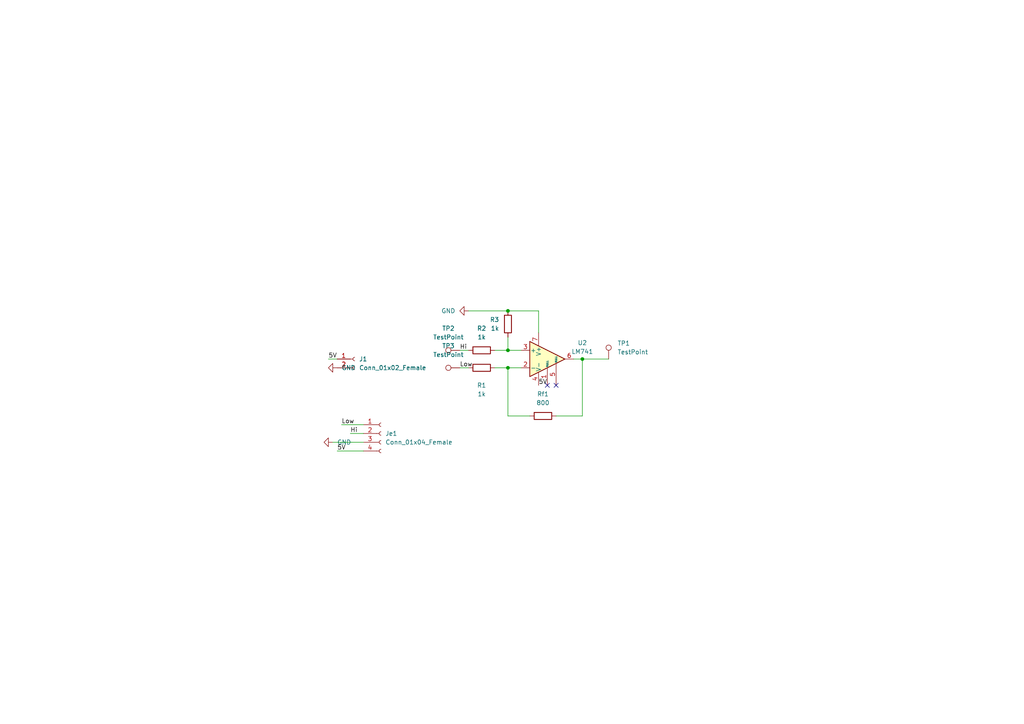
<source format=kicad_sch>
(kicad_sch (version 20211123) (generator eeschema)
  (paper "A4")
  (title_block (title "Current Sensor") (date "2023-01-19") (rev "v02") (comment 1 "Ignatius Djaynurdin") (comment 2 "Joseph Sugijanto") (comment 3 "William Nguyen") (comment 4 "Will Lauer") (comment 5 "GT Solar Racing"))
  (lib_symbols
    (symbol "Amplifier_Operational:LM741" (pin_names (offset 0.127))
      (property "Reference" "U" (at 0 6.35 0))
      (property "Value" "LM741" (at 0 3.81 0))
      (symbol "LM741_0_1"
        (polyline (pts (xy -5.08 5.08) (xy 5.08 0) (xy -5.08 -5.08) (xy -5.08 5.08)) (stroke (width 0.254)) (fill (type background)))
      )
      (symbol "LM741_1_1"
        (pin input line (at 0 -7.62 90) (length 5.08) (name "NULL") (number "1"))
        (pin input line (at -7.62 -2.54 0) (length 2.54) (name "-") (number "2"))
        (pin input line (at -7.62 2.54 0) (length 2.54) (name "+") (number "3"))
        (pin power_in line (at -2.54 -7.62 90) (length 3.81) (name "V-") (number "4"))
        (pin input line (at 2.54 -7.62 90) (length 6.35) (name "NULL") (number "5"))
        (pin output line (at 7.62 0 180) (length 2.54) (name "~") (number "6"))
        (pin power_in line (at -2.54 7.62 270) (length 3.81) (name "V+") (number "7"))
        (pin no_connect line (at 0 2.54 270) (length 2.54) hide (name "NC") (number "8"))
      )
    )
    (symbol "Connector:Conn_01x02_Female" (pin_names (offset 1.016) hide)
      (property "Reference" "J" (at 0 2.54 0))
      (property "Value" "Conn_01x02_Female" (at 0 -5.08 0))
      (symbol "Conn_01x02_Female_1_1"
        (arc (start 0 -2.032) (mid -0.508 -2.54) (end 0 -3.048) (stroke (width 0.1524)))
        (polyline (pts (xy -1.27 -2.54) (xy -0.508 -2.54)) (stroke (width 0.1524)))
        (polyline (pts (xy -1.27 0) (xy -0.508 0)) (stroke (width 0.1524)))
        (arc (start 0 0.508) (mid -0.508 0) (end 0 -0.508) (stroke (width 0.1524)))
        (pin passive line (at -5.08 0 0) (length 3.81) (name "Pin_1") (number "1"))
        (pin passive line (at -5.08 -2.54 0) (length 3.81) (name "Pin_2") (number "2"))
      )
    )
    (symbol "Connector:Conn_01x04_Female" (pin_names (offset 1.016) hide)
      (property "Reference" "J" (at 0 5.08 0))
      (property "Value" "Conn_01x04_Female" (at 0 -7.62 0))
      (symbol "Conn_01x04_Female_1_1"
        (arc (start 0 -4.572) (mid -0.508 -5.08) (end 0 -5.588) (stroke (width 0.1524)))
        (arc (start 0 -2.032) (mid -0.508 -2.54) (end 0 -3.048) (stroke (width 0.1524)))
        (polyline (pts (xy -1.27 -5.08) (xy -0.508 -5.08)) (stroke (width 0.1524)))
        (polyline (pts (xy -1.27 -2.54) (xy -0.508 -2.54)) (stroke (width 0.1524)))
        (polyline (pts (xy -1.27 0) (xy -0.508 0)) (stroke (width 0.1524)))
        (polyline (pts (xy -1.27 2.54) (xy -0.508 2.54)) (stroke (width 0.1524)))
        (arc (start 0 0.508) (mid -0.508 0) (end 0 -0.508) (stroke (width 0.1524)))
        (arc (start 0 3.048) (mid -0.508 2.54) (end 0 2.032) (stroke (width 0.1524)))
        (pin passive line (at -5.08 2.54 0) (length 3.81) (name "Pin_1") (number "1"))
        (pin passive line (at -5.08 0 0) (length 3.81) (name "Pin_2") (number "2"))
        (pin passive line (at -5.08 -2.54 0) (length 3.81) (name "Pin_3") (number "3"))
        (pin passive line (at -5.08 -5.08 0) (length 3.81) (name "Pin_4") (number "4"))
      )
    )
    (symbol "Connector:TestPoint" (pin_numbers hide) (pin_names (offset 0.762) hide)
      (property "Reference" "TP" (at 0 6.858 0))
      (property "Value" "TestPoint" (at 0 5.08 0))
      (symbol "TestPoint_0_1"
        (circle (center 0 3.302) (radius 0.762))
      )
      (symbol "TestPoint_1_1"
        (pin passive line (at 0 0 90) (length 2.54) (name "1") (number "1"))
      )
    )
    (symbol "Device:R" (pin_numbers hide) (pin_names (offset 0))
      (property "Reference" "R" (at 2.032 0 90))
      (property "Value" "R" (at 0 0 90))
      (symbol "R_0_1"
        (rectangle (start -1.016 -2.54) (end 1.016 2.54) (stroke (width 0.254)))
      )
      (symbol "R_1_1"
        (pin passive line (at 0 3.81 270) (length 1.27) (name "~") (number "1"))
        (pin passive line (at 0 -3.81 90) (length 1.27) (name "~") (number "2"))
      )
    )
    (symbol "power:GND" (power) (pin_names (offset 0))
      (property "Value" "GND" (at 0 -3.81 0))
      (symbol "GND_0_1"
        (polyline (pts (xy 0 0) (xy 0 -1.27) (xy 1.27 -1.27) (xy 0 -2.54) (xy -1.27 -1.27) (xy 0 -1.27)))
      )
      (symbol "GND_1_1"
        (pin power_in line (at 0 0 270) (length 0) hide (name "GND") (number "1"))
      )
    )
  )
  (junction (at 147.32 106.68))
  (junction (at 147.32 101.6))
  (junction (at 147.32 90.17))
  (junction (at 168.91 104.14))
  (no_connect (at 158.75 111.76))
  (no_connect (at 161.29 111.76))
  (wire (pts (xy 96.52 128.27) (xy 105.41 128.27)))
  (wire (pts (xy 147.32 106.68) (xy 151.13 106.68)))
  (wire (pts (xy 143.51 101.6) (xy 147.32 101.6)))
  (wire (pts (xy 147.32 120.65) (xy 153.67 120.65)))
  (wire (pts (xy 135.89 90.17) (xy 147.32 90.17)))
  (wire (pts (xy 133.35 101.6) (xy 135.89 101.6)))
  (wire (pts (xy 101.6 125.73) (xy 105.41 125.73)))
  (wire (pts (xy 147.32 90.17) (xy 156.21 90.17)))
  (wire (pts (xy 147.32 120.65) (xy 147.32 106.68)))
  (wire (pts (xy 143.51 106.68) (xy 147.32 106.68)))
  (wire (pts (xy 166.37 104.14) (xy 168.91 104.14)))
  (wire (pts (xy 147.32 101.6) (xy 151.13 101.6)))
  (wire (pts (xy 133.35 106.68) (xy 135.89 106.68)))
  (wire (pts (xy 147.32 97.79) (xy 147.32 101.6)))
  (wire (pts (xy 97.79 130.81) (xy 105.41 130.81)))
  (wire (pts (xy 168.91 120.65) (xy 168.91 104.14)))
  (wire (pts (xy 99.06 123.19) (xy 105.41 123.19)))
  (wire (pts (xy 156.21 90.17) (xy 156.21 96.52)))
  (wire (pts (xy 95.25 104.14) (xy 97.79 104.14)))
  (wire (pts (xy 161.29 120.65) (xy 168.91 120.65)))
  (wire (pts (xy 168.91 104.14) (xy 176.53 104.14)))
  (label "Hi" (at 133.35 101.6 0))
  (label "5V" (at 95.25 104.14 0))
  (label "5V" (at 156.21 111.76 0))
  (label "Low" (at 133.35 106.68 0))
  (label "Low" (at 99.06 123.19 0))
  (label "Hi" (at 101.6 125.73 0))
  (label "5V" (at 97.79 130.81 0))
  (symbol (lib_id "Connector:TestPoint") (at 133.35 101.6 90) (unit 1)
    (property "Reference" "TP2" (at 130.048 95.25 90))
    (property "Value" "TestPoint" (at 130.048 97.79 90))
    (property "Footprint" "gtsr-connector:gtsr-connector-KEYSTONE_5001_0" (effects hide))
  )
  (symbol (lib_id "Device:R") (at 139.7 106.68 90) (unit 1)
    (property "Reference" "R1" (at 139.7 111.76 90))
    (property "Value" "1k" (at 139.7 114.3 90))
    (property "Footprint" "Resistor_THT:R_Axial_DIN0207_L6.3mm_D2.5mm_P7.62mm_Horizontal" (effects hide))
  )
  (symbol (lib_id "power:GND") (at 97.79 106.68 270) (unit 1)
    (property "Reference" "#PWR0102" (effects hide))
    (property "Value" "GND" (at 99.06 106.6799 90) (effects (justify left)))
  )
  (symbol (lib_id "Connector:Conn_01x02_Female") (at 102.87 104.14 0) (unit 1)
    (property "Reference" "J1" (at 104.14 104.1399 0) (effects (justify left)))
    (property "Value" "Conn_01x02_Female" (at 104.14 106.6799 0) (effects (justify left)))
    (property "Footprint" "Connector_Molex:Molex_Micro-Fit_3.0_43650-0215_1x02_P3.00mm_Vertical" (effects hide))
  )
  (symbol (lib_id "Device:R") (at 147.32 93.98 180) (unit 1)
    (property "Reference" "R3" (at 144.78 92.7099 0) (effects (justify left)))
    (property "Value" "1k" (at 144.78 95.2499 0) (effects (justify left)))
    (property "Footprint" "Resistor_THT:R_Axial_DIN0207_L6.3mm_D2.5mm_P7.62mm_Horizontal" (effects hide))
  )
  (symbol (lib_id "Connector:TestPoint") (at 133.35 106.68 90) (unit 1)
    (property "Reference" "TP3" (at 130.048 100.33 90))
    (property "Value" "TestPoint" (at 130.048 102.87 90))
    (property "Footprint" "gtsr-connector:gtsr-connector-KEYSTONE_5001_0" (effects hide))
  )
  (symbol (lib_id "Connector:TestPoint") (at 176.53 104.14 0) (unit 1)
    (property "Reference" "TP1" (at 179.07 99.5679 0) (effects (justify left)))
    (property "Value" "TestPoint" (at 179.07 102.1079 0) (effects (justify left)))
    (property "Footprint" "gtsr-connector:gtsr-connector-KEYSTONE_5001_0" (effects hide))
  )
  (symbol (lib_id "Device:R") (at 139.7 101.6 90) (unit 1)
    (property "Reference" "R2" (at 139.7 95.25 90))
    (property "Value" "1k" (at 139.7 97.79 90))
    (property "Footprint" "Resistor_THT:R_Axial_DIN0207_L6.3mm_D2.5mm_P7.62mm_Horizontal" (effects hide))
  )
  (symbol (lib_id "power:GND") (at 96.52 128.27 270) (unit 1)
    (property "Reference" "#PWR0101" (effects hide))
    (property "Value" "GND" (at 97.79 128.2699 90) (effects (justify left)))
  )
  (symbol (lib_id "power:GND") (at 135.89 90.17 270) (unit 1)
    (property "Reference" "#PWR02" (effects hide))
    (property "Value" "GND" (at 132.08 90.1699 90) (effects (justify right)))
  )
  (symbol (lib_id "Device:R") (at 157.48 120.65 90) (unit 1)
    (property "Reference" "Rf1" (at 157.48 114.3 90))
    (property "Value" "800" (at 157.48 116.84 90))
    (property "Footprint" "Resistor_THT:R_Axial_DIN0207_L6.3mm_D2.5mm_P7.62mm_Horizontal" (effects hide))
  )
  (symbol (lib_id "Amplifier_Operational:LM741") (at 158.75 104.14 0) (unit 1)
    (property "Reference" "U2" (at 168.91 99.441 0))
    (property "Value" "LM741" (at 168.91 101.981 0))
    (property "Footprint" "Package_DIP:DIP-8_W7.62mm" (effects hide))
    (property "Datasheet" "http://www.ti.com/lit/ds/symlink/lm741.pdf" (effects hide))
  )
  (symbol (lib_id "Connector:Conn_01x04_Female") (at 110.49 125.73 0) (unit 1)
    (property "Reference" "Je1" (at 111.76 125.7299 0) (effects (justify left)))
    (property "Value" "Conn_01x04_Female" (at 111.76 128.2699 0) (effects (justify left)))
    (property "Footprint" "Connector_Molex:Molex_Micro-Fit_3.0_43650-0415_1x04_P3.00mm_Vertical" (effects hide))
  )
)
</source>
